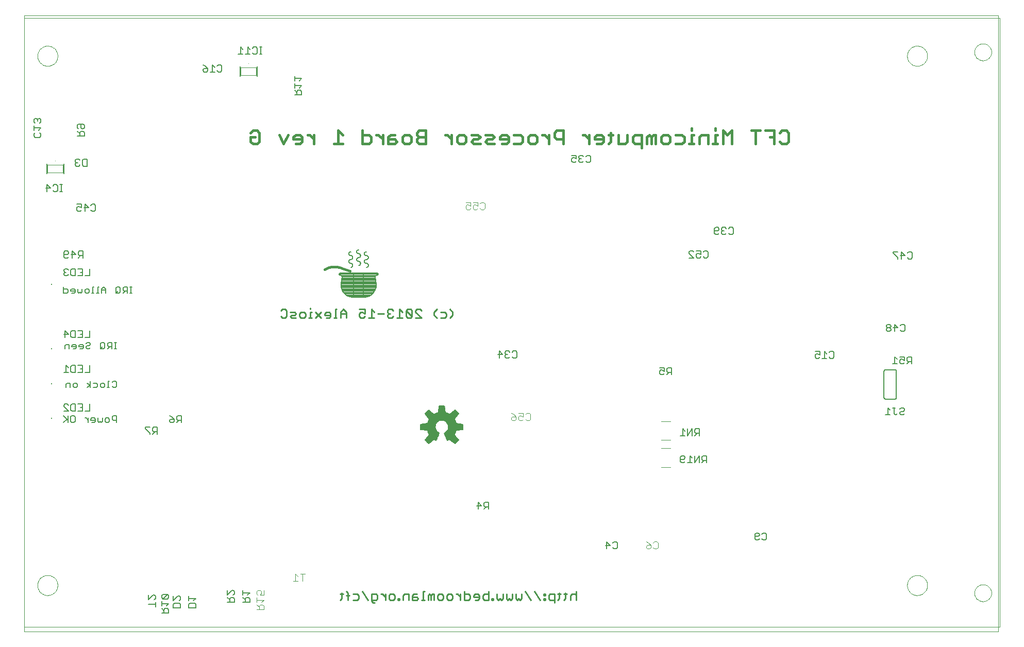
<source format=gbo>
G75*
G70*
%OFA0B0*%
%FSLAX24Y24*%
%IPPOS*%
%LPD*%
%AMOC8*
5,1,8,0,0,1.08239X$1,22.5*
%
%ADD10C,0.0000*%
%ADD11C,0.0080*%
%ADD12C,0.0150*%
%ADD13C,0.0100*%
%ADD14R,0.0079X0.0079*%
%ADD15C,0.0050*%
%ADD16C,0.0059*%
%ADD17C,0.0040*%
%ADD18C,0.0160*%
%ADD19C,0.0004*%
%ADD20C,0.0030*%
%ADD21C,0.0060*%
D10*
X004848Y007120D02*
X004848Y046990D01*
X067840Y046990D01*
X067840Y007120D01*
X004848Y007120D01*
X004848Y007430D02*
X004848Y046810D01*
X067948Y046810D01*
X067948Y007430D01*
X004848Y007430D01*
X005698Y010120D02*
X005700Y010170D01*
X005706Y010220D01*
X005716Y010270D01*
X005729Y010318D01*
X005746Y010366D01*
X005767Y010412D01*
X005791Y010456D01*
X005819Y010498D01*
X005850Y010538D01*
X005884Y010575D01*
X005921Y010610D01*
X005960Y010641D01*
X006001Y010670D01*
X006045Y010695D01*
X006091Y010717D01*
X006138Y010735D01*
X006186Y010749D01*
X006235Y010760D01*
X006285Y010767D01*
X006335Y010770D01*
X006386Y010769D01*
X006436Y010764D01*
X006486Y010755D01*
X006534Y010743D01*
X006582Y010726D01*
X006628Y010706D01*
X006673Y010683D01*
X006716Y010656D01*
X006756Y010626D01*
X006794Y010593D01*
X006829Y010557D01*
X006862Y010518D01*
X006891Y010477D01*
X006917Y010434D01*
X006940Y010389D01*
X006959Y010342D01*
X006974Y010294D01*
X006986Y010245D01*
X006994Y010195D01*
X006998Y010145D01*
X006998Y010095D01*
X006994Y010045D01*
X006986Y009995D01*
X006974Y009946D01*
X006959Y009898D01*
X006940Y009851D01*
X006917Y009806D01*
X006891Y009763D01*
X006862Y009722D01*
X006829Y009683D01*
X006794Y009647D01*
X006756Y009614D01*
X006716Y009584D01*
X006673Y009557D01*
X006628Y009534D01*
X006582Y009514D01*
X006534Y009497D01*
X006486Y009485D01*
X006436Y009476D01*
X006386Y009471D01*
X006335Y009470D01*
X006285Y009473D01*
X006235Y009480D01*
X006186Y009491D01*
X006138Y009505D01*
X006091Y009523D01*
X006045Y009545D01*
X006001Y009570D01*
X005960Y009599D01*
X005921Y009630D01*
X005884Y009665D01*
X005850Y009702D01*
X005819Y009742D01*
X005791Y009784D01*
X005767Y009828D01*
X005746Y009874D01*
X005729Y009922D01*
X005716Y009970D01*
X005706Y010020D01*
X005700Y010070D01*
X005698Y010120D01*
X005698Y044370D02*
X005700Y044420D01*
X005706Y044470D01*
X005716Y044520D01*
X005729Y044568D01*
X005746Y044616D01*
X005767Y044662D01*
X005791Y044706D01*
X005819Y044748D01*
X005850Y044788D01*
X005884Y044825D01*
X005921Y044860D01*
X005960Y044891D01*
X006001Y044920D01*
X006045Y044945D01*
X006091Y044967D01*
X006138Y044985D01*
X006186Y044999D01*
X006235Y045010D01*
X006285Y045017D01*
X006335Y045020D01*
X006386Y045019D01*
X006436Y045014D01*
X006486Y045005D01*
X006534Y044993D01*
X006582Y044976D01*
X006628Y044956D01*
X006673Y044933D01*
X006716Y044906D01*
X006756Y044876D01*
X006794Y044843D01*
X006829Y044807D01*
X006862Y044768D01*
X006891Y044727D01*
X006917Y044684D01*
X006940Y044639D01*
X006959Y044592D01*
X006974Y044544D01*
X006986Y044495D01*
X006994Y044445D01*
X006998Y044395D01*
X006998Y044345D01*
X006994Y044295D01*
X006986Y044245D01*
X006974Y044196D01*
X006959Y044148D01*
X006940Y044101D01*
X006917Y044056D01*
X006891Y044013D01*
X006862Y043972D01*
X006829Y043933D01*
X006794Y043897D01*
X006756Y043864D01*
X006716Y043834D01*
X006673Y043807D01*
X006628Y043784D01*
X006582Y043764D01*
X006534Y043747D01*
X006486Y043735D01*
X006436Y043726D01*
X006386Y043721D01*
X006335Y043720D01*
X006285Y043723D01*
X006235Y043730D01*
X006186Y043741D01*
X006138Y043755D01*
X006091Y043773D01*
X006045Y043795D01*
X006001Y043820D01*
X005960Y043849D01*
X005921Y043880D01*
X005884Y043915D01*
X005850Y043952D01*
X005819Y043992D01*
X005791Y044034D01*
X005767Y044078D01*
X005746Y044124D01*
X005729Y044172D01*
X005716Y044220D01*
X005706Y044270D01*
X005700Y044320D01*
X005698Y044370D01*
X061948Y044370D02*
X061950Y044420D01*
X061956Y044470D01*
X061966Y044520D01*
X061979Y044568D01*
X061996Y044616D01*
X062017Y044662D01*
X062041Y044706D01*
X062069Y044748D01*
X062100Y044788D01*
X062134Y044825D01*
X062171Y044860D01*
X062210Y044891D01*
X062251Y044920D01*
X062295Y044945D01*
X062341Y044967D01*
X062388Y044985D01*
X062436Y044999D01*
X062485Y045010D01*
X062535Y045017D01*
X062585Y045020D01*
X062636Y045019D01*
X062686Y045014D01*
X062736Y045005D01*
X062784Y044993D01*
X062832Y044976D01*
X062878Y044956D01*
X062923Y044933D01*
X062966Y044906D01*
X063006Y044876D01*
X063044Y044843D01*
X063079Y044807D01*
X063112Y044768D01*
X063141Y044727D01*
X063167Y044684D01*
X063190Y044639D01*
X063209Y044592D01*
X063224Y044544D01*
X063236Y044495D01*
X063244Y044445D01*
X063248Y044395D01*
X063248Y044345D01*
X063244Y044295D01*
X063236Y044245D01*
X063224Y044196D01*
X063209Y044148D01*
X063190Y044101D01*
X063167Y044056D01*
X063141Y044013D01*
X063112Y043972D01*
X063079Y043933D01*
X063044Y043897D01*
X063006Y043864D01*
X062966Y043834D01*
X062923Y043807D01*
X062878Y043784D01*
X062832Y043764D01*
X062784Y043747D01*
X062736Y043735D01*
X062686Y043726D01*
X062636Y043721D01*
X062585Y043720D01*
X062535Y043723D01*
X062485Y043730D01*
X062436Y043741D01*
X062388Y043755D01*
X062341Y043773D01*
X062295Y043795D01*
X062251Y043820D01*
X062210Y043849D01*
X062171Y043880D01*
X062134Y043915D01*
X062100Y043952D01*
X062069Y043992D01*
X062041Y044034D01*
X062017Y044078D01*
X061996Y044124D01*
X061979Y044172D01*
X061966Y044220D01*
X061956Y044270D01*
X061950Y044320D01*
X061948Y044370D01*
X066298Y044620D02*
X066300Y044667D01*
X066306Y044713D01*
X066316Y044759D01*
X066329Y044803D01*
X066347Y044847D01*
X066368Y044888D01*
X066392Y044928D01*
X066420Y044966D01*
X066451Y045001D01*
X066485Y045033D01*
X066521Y045062D01*
X066560Y045088D01*
X066600Y045111D01*
X066643Y045130D01*
X066687Y045146D01*
X066732Y045158D01*
X066778Y045166D01*
X066825Y045170D01*
X066871Y045170D01*
X066918Y045166D01*
X066964Y045158D01*
X067009Y045146D01*
X067053Y045130D01*
X067096Y045111D01*
X067136Y045088D01*
X067175Y045062D01*
X067211Y045033D01*
X067245Y045001D01*
X067276Y044966D01*
X067304Y044928D01*
X067328Y044888D01*
X067349Y044847D01*
X067367Y044803D01*
X067380Y044759D01*
X067390Y044713D01*
X067396Y044667D01*
X067398Y044620D01*
X067396Y044573D01*
X067390Y044527D01*
X067380Y044481D01*
X067367Y044437D01*
X067349Y044393D01*
X067328Y044352D01*
X067304Y044312D01*
X067276Y044274D01*
X067245Y044239D01*
X067211Y044207D01*
X067175Y044178D01*
X067136Y044152D01*
X067096Y044129D01*
X067053Y044110D01*
X067009Y044094D01*
X066964Y044082D01*
X066918Y044074D01*
X066871Y044070D01*
X066825Y044070D01*
X066778Y044074D01*
X066732Y044082D01*
X066687Y044094D01*
X066643Y044110D01*
X066600Y044129D01*
X066560Y044152D01*
X066521Y044178D01*
X066485Y044207D01*
X066451Y044239D01*
X066420Y044274D01*
X066392Y044312D01*
X066368Y044352D01*
X066347Y044393D01*
X066329Y044437D01*
X066316Y044481D01*
X066306Y044527D01*
X066300Y044573D01*
X066298Y044620D01*
X061948Y010120D02*
X061950Y010170D01*
X061956Y010220D01*
X061966Y010270D01*
X061979Y010318D01*
X061996Y010366D01*
X062017Y010412D01*
X062041Y010456D01*
X062069Y010498D01*
X062100Y010538D01*
X062134Y010575D01*
X062171Y010610D01*
X062210Y010641D01*
X062251Y010670D01*
X062295Y010695D01*
X062341Y010717D01*
X062388Y010735D01*
X062436Y010749D01*
X062485Y010760D01*
X062535Y010767D01*
X062585Y010770D01*
X062636Y010769D01*
X062686Y010764D01*
X062736Y010755D01*
X062784Y010743D01*
X062832Y010726D01*
X062878Y010706D01*
X062923Y010683D01*
X062966Y010656D01*
X063006Y010626D01*
X063044Y010593D01*
X063079Y010557D01*
X063112Y010518D01*
X063141Y010477D01*
X063167Y010434D01*
X063190Y010389D01*
X063209Y010342D01*
X063224Y010294D01*
X063236Y010245D01*
X063244Y010195D01*
X063248Y010145D01*
X063248Y010095D01*
X063244Y010045D01*
X063236Y009995D01*
X063224Y009946D01*
X063209Y009898D01*
X063190Y009851D01*
X063167Y009806D01*
X063141Y009763D01*
X063112Y009722D01*
X063079Y009683D01*
X063044Y009647D01*
X063006Y009614D01*
X062966Y009584D01*
X062923Y009557D01*
X062878Y009534D01*
X062832Y009514D01*
X062784Y009497D01*
X062736Y009485D01*
X062686Y009476D01*
X062636Y009471D01*
X062585Y009470D01*
X062535Y009473D01*
X062485Y009480D01*
X062436Y009491D01*
X062388Y009505D01*
X062341Y009523D01*
X062295Y009545D01*
X062251Y009570D01*
X062210Y009599D01*
X062171Y009630D01*
X062134Y009665D01*
X062100Y009702D01*
X062069Y009742D01*
X062041Y009784D01*
X062017Y009828D01*
X061996Y009874D01*
X061979Y009922D01*
X061966Y009970D01*
X061956Y010020D01*
X061950Y010070D01*
X061948Y010120D01*
X066298Y009620D02*
X066300Y009667D01*
X066306Y009713D01*
X066316Y009759D01*
X066329Y009803D01*
X066347Y009847D01*
X066368Y009888D01*
X066392Y009928D01*
X066420Y009966D01*
X066451Y010001D01*
X066485Y010033D01*
X066521Y010062D01*
X066560Y010088D01*
X066600Y010111D01*
X066643Y010130D01*
X066687Y010146D01*
X066732Y010158D01*
X066778Y010166D01*
X066825Y010170D01*
X066871Y010170D01*
X066918Y010166D01*
X066964Y010158D01*
X067009Y010146D01*
X067053Y010130D01*
X067096Y010111D01*
X067136Y010088D01*
X067175Y010062D01*
X067211Y010033D01*
X067245Y010001D01*
X067276Y009966D01*
X067304Y009928D01*
X067328Y009888D01*
X067349Y009847D01*
X067367Y009803D01*
X067380Y009759D01*
X067390Y009713D01*
X067396Y009667D01*
X067398Y009620D01*
X067396Y009573D01*
X067390Y009527D01*
X067380Y009481D01*
X067367Y009437D01*
X067349Y009393D01*
X067328Y009352D01*
X067304Y009312D01*
X067276Y009274D01*
X067245Y009239D01*
X067211Y009207D01*
X067175Y009178D01*
X067136Y009152D01*
X067096Y009129D01*
X067053Y009110D01*
X067009Y009094D01*
X066964Y009082D01*
X066918Y009074D01*
X066871Y009070D01*
X066825Y009070D01*
X066778Y009074D01*
X066732Y009082D01*
X066687Y009094D01*
X066643Y009110D01*
X066600Y009129D01*
X066560Y009152D01*
X066521Y009178D01*
X066485Y009207D01*
X066451Y009239D01*
X066420Y009274D01*
X066392Y009312D01*
X066368Y009352D01*
X066347Y009393D01*
X066329Y009437D01*
X066316Y009481D01*
X066306Y009527D01*
X066300Y009573D01*
X066298Y009620D01*
D11*
X027715Y030226D02*
X027705Y030213D01*
X027692Y030203D01*
X027677Y030197D01*
X027661Y030195D01*
X027633Y030191D01*
X027606Y030182D01*
X027582Y030167D01*
X027562Y030147D01*
X027547Y030123D01*
X027538Y030097D01*
X027535Y030069D01*
X027598Y029628D01*
X027598Y029565D01*
X027588Y029436D01*
X027558Y029311D01*
X027509Y029193D01*
X027441Y029083D01*
X027358Y028985D01*
X027260Y028902D01*
X027151Y028835D01*
X027032Y028786D01*
X026907Y028756D01*
X026779Y028746D01*
X026779Y030321D01*
X026149Y030321D01*
X026149Y028746D01*
X026779Y028746D01*
X026779Y030321D01*
X027661Y030321D01*
X027677Y030318D01*
X027692Y030312D01*
X027705Y030302D01*
X027715Y030289D01*
X027722Y030274D01*
X027724Y030258D01*
X027722Y030241D01*
X027715Y030226D01*
X027721Y030240D02*
X026779Y030240D01*
X026149Y030240D01*
X025207Y030240D01*
X025206Y030241D02*
X025212Y030226D01*
X025222Y030213D01*
X025235Y030203D01*
X025251Y030197D01*
X025267Y030195D01*
X025295Y030191D01*
X025322Y030182D01*
X025345Y030167D01*
X025365Y030147D01*
X025380Y030123D01*
X025390Y030097D01*
X025393Y030069D01*
X025330Y029628D01*
X025330Y029565D01*
X025340Y029436D01*
X025370Y029311D01*
X025419Y029193D01*
X025486Y029083D01*
X025570Y028985D01*
X025667Y028902D01*
X025777Y028835D01*
X025896Y028786D01*
X026021Y028756D01*
X026149Y028746D01*
X026149Y030321D01*
X025267Y030321D01*
X025251Y030318D01*
X025235Y030312D01*
X025222Y030302D01*
X025212Y030289D01*
X025206Y030274D01*
X025204Y030258D01*
X025206Y030241D01*
X025252Y030319D02*
X026149Y030319D01*
X026779Y030319D01*
X027676Y030319D01*
X027577Y030161D02*
X026779Y030161D01*
X026149Y030161D01*
X025351Y030161D01*
X025391Y030083D02*
X026149Y030083D01*
X026779Y030083D01*
X027536Y030083D01*
X027544Y030004D02*
X026779Y030004D01*
X026149Y030004D01*
X025384Y030004D01*
X025373Y029926D02*
X026149Y029926D01*
X026779Y029926D01*
X027555Y029926D01*
X027566Y029847D02*
X026779Y029847D01*
X026149Y029847D01*
X025361Y029847D01*
X025350Y029769D02*
X026149Y029769D01*
X026779Y029769D01*
X027578Y029769D01*
X027589Y029690D02*
X026779Y029690D01*
X026149Y029690D01*
X025339Y029690D01*
X025330Y029612D02*
X026149Y029612D01*
X026779Y029612D01*
X027598Y029612D01*
X027595Y029533D02*
X026779Y029533D01*
X026149Y029533D01*
X025332Y029533D01*
X025339Y029455D02*
X026149Y029455D01*
X026779Y029455D01*
X027589Y029455D01*
X027573Y029376D02*
X026779Y029376D01*
X026149Y029376D01*
X025354Y029376D01*
X025376Y029297D02*
X026149Y029297D01*
X026779Y029297D01*
X027552Y029297D01*
X027519Y029219D02*
X026779Y029219D01*
X026149Y029219D01*
X025408Y029219D01*
X025451Y029140D02*
X026149Y029140D01*
X026779Y029140D01*
X027477Y029140D01*
X027423Y029062D02*
X026779Y029062D01*
X026149Y029062D01*
X025504Y029062D01*
X025572Y028983D02*
X026149Y028983D01*
X026779Y028983D01*
X027356Y028983D01*
X027264Y028905D02*
X026779Y028905D01*
X026149Y028905D01*
X025664Y028905D01*
X025798Y028826D02*
X026149Y028826D01*
X026779Y028826D01*
X027130Y028826D01*
X026806Y028748D02*
X026779Y028748D01*
X026149Y028748D01*
X026121Y028748D01*
X011808Y029010D02*
X011668Y029010D01*
X011738Y029010D02*
X011738Y029430D01*
X011808Y029430D02*
X011668Y029430D01*
X011501Y029430D02*
X011291Y029430D01*
X011221Y029360D01*
X011221Y029220D01*
X011291Y029150D01*
X011501Y029150D01*
X011361Y029150D02*
X011221Y029010D01*
X011041Y029080D02*
X010971Y029010D01*
X010830Y029010D01*
X010760Y029080D01*
X010760Y029360D01*
X010830Y029430D01*
X010971Y029430D01*
X011041Y029360D01*
X011041Y029080D01*
X010901Y029150D02*
X010760Y029010D01*
X010120Y029010D02*
X010120Y029290D01*
X009980Y029430D01*
X009840Y029290D01*
X009840Y029010D01*
X009660Y029010D02*
X009519Y029010D01*
X009590Y029010D02*
X009590Y029430D01*
X009660Y029430D01*
X009840Y029220D02*
X010120Y029220D01*
X009353Y029430D02*
X009283Y029430D01*
X009283Y029010D01*
X009353Y029010D02*
X009213Y029010D01*
X009046Y029080D02*
X008976Y029010D01*
X008836Y029010D01*
X008766Y029080D01*
X008766Y029220D01*
X008836Y029290D01*
X008976Y029290D01*
X009046Y029220D01*
X009046Y029080D01*
X008585Y029080D02*
X008515Y029010D01*
X008445Y029080D01*
X008375Y029010D01*
X008305Y029080D01*
X008305Y029290D01*
X008125Y029220D02*
X008055Y029290D01*
X007915Y029290D01*
X007845Y029220D01*
X007845Y029150D01*
X008125Y029150D01*
X008125Y029080D02*
X008125Y029220D01*
X008125Y029080D02*
X008055Y029010D01*
X007915Y029010D01*
X007665Y029080D02*
X007665Y029220D01*
X007595Y029290D01*
X007384Y029290D01*
X007384Y029430D02*
X007384Y029010D01*
X007595Y029010D01*
X007665Y029080D01*
X008585Y029080D02*
X008585Y029290D01*
X011501Y029430D02*
X011501Y029010D01*
X010808Y025830D02*
X010668Y025830D01*
X010738Y025830D02*
X010738Y025410D01*
X010808Y025410D02*
X010668Y025410D01*
X010501Y025410D02*
X010501Y025830D01*
X010291Y025830D01*
X010221Y025760D01*
X010221Y025620D01*
X010291Y025550D01*
X010501Y025550D01*
X010361Y025550D02*
X010221Y025410D01*
X010041Y025480D02*
X009971Y025410D01*
X009830Y025410D01*
X009760Y025480D01*
X009760Y025760D01*
X009830Y025830D01*
X009971Y025830D01*
X010041Y025760D01*
X010041Y025480D01*
X009901Y025550D02*
X009760Y025410D01*
X009120Y025480D02*
X009050Y025410D01*
X008910Y025410D01*
X008840Y025480D01*
X008840Y025550D01*
X008910Y025620D01*
X009050Y025620D01*
X009120Y025690D01*
X009120Y025760D01*
X009050Y025830D01*
X008910Y025830D01*
X008840Y025760D01*
X008660Y025620D02*
X008590Y025690D01*
X008449Y025690D01*
X008379Y025620D01*
X008379Y025550D01*
X008660Y025550D01*
X008660Y025480D02*
X008660Y025620D01*
X008660Y025480D02*
X008590Y025410D01*
X008449Y025410D01*
X008199Y025480D02*
X008199Y025620D01*
X008129Y025690D01*
X007989Y025690D01*
X007919Y025620D01*
X007919Y025550D01*
X008199Y025550D01*
X008199Y025480D02*
X008129Y025410D01*
X007989Y025410D01*
X007739Y025410D02*
X007739Y025690D01*
X007529Y025690D01*
X007459Y025620D01*
X007459Y025410D01*
X009120Y023330D02*
X009120Y022910D01*
X009120Y023050D02*
X008910Y023190D01*
X009120Y023050D02*
X008910Y022910D01*
X009300Y022910D02*
X009510Y022910D01*
X009580Y022980D01*
X009580Y023120D01*
X009510Y023190D01*
X009300Y023190D01*
X009760Y023120D02*
X009830Y023190D01*
X009971Y023190D01*
X010041Y023120D01*
X010041Y022980D01*
X009971Y022910D01*
X009830Y022910D01*
X009760Y022980D01*
X009760Y023120D01*
X010207Y022910D02*
X010348Y022910D01*
X010277Y022910D02*
X010277Y023330D01*
X010348Y023330D01*
X010528Y023260D02*
X010598Y023330D01*
X010738Y023330D01*
X010808Y023260D01*
X010808Y022980D01*
X010738Y022910D01*
X010598Y022910D01*
X010528Y022980D01*
X008276Y022980D02*
X008206Y022910D01*
X008066Y022910D01*
X007996Y022980D01*
X007996Y023120D01*
X008066Y023190D01*
X008206Y023190D01*
X008276Y023120D01*
X008276Y022980D01*
X007816Y022910D02*
X007816Y023190D01*
X007605Y023190D01*
X007535Y023120D01*
X007535Y022910D01*
X007662Y021080D02*
X007662Y020660D01*
X007662Y020800D02*
X007382Y021080D01*
X007592Y020870D02*
X007382Y020660D01*
X007842Y020730D02*
X007842Y021010D01*
X007912Y021080D01*
X008052Y021080D01*
X008122Y021010D01*
X008122Y020730D01*
X008052Y020660D01*
X007912Y020660D01*
X007842Y020730D01*
X008756Y020940D02*
X008826Y020940D01*
X008966Y020800D01*
X008966Y020660D02*
X008966Y020940D01*
X009147Y020870D02*
X009147Y020800D01*
X009427Y020800D01*
X009427Y020870D02*
X009357Y020940D01*
X009217Y020940D01*
X009147Y020870D01*
X009217Y020660D02*
X009357Y020660D01*
X009427Y020730D01*
X009427Y020870D01*
X009607Y020940D02*
X009607Y020730D01*
X009677Y020660D01*
X009747Y020730D01*
X009817Y020660D01*
X009887Y020730D01*
X009887Y020940D01*
X010067Y020870D02*
X010137Y020940D01*
X010277Y020940D01*
X010348Y020870D01*
X010348Y020730D01*
X010277Y020660D01*
X010137Y020660D01*
X010067Y020730D01*
X010067Y020870D01*
X010528Y020870D02*
X010598Y020800D01*
X010808Y020800D01*
X010808Y020660D02*
X010808Y021080D01*
X010598Y021080D01*
X010528Y021010D01*
X010528Y020870D01*
D12*
X019626Y038695D02*
X019485Y038836D01*
X019485Y039120D01*
X019768Y039120D01*
X019485Y039403D02*
X019626Y039545D01*
X019910Y039545D01*
X020052Y039403D01*
X020052Y038836D01*
X019910Y038695D01*
X019626Y038695D01*
X021326Y039262D02*
X021610Y038695D01*
X021893Y039262D01*
X022247Y039120D02*
X022247Y038978D01*
X022814Y038978D01*
X022814Y038836D02*
X022814Y039120D01*
X022672Y039262D01*
X022389Y039262D01*
X022247Y039120D01*
X022389Y038695D02*
X022672Y038695D01*
X022814Y038836D01*
X023156Y039262D02*
X023298Y039262D01*
X023581Y038978D01*
X023581Y038695D02*
X023581Y039262D01*
X024856Y038695D02*
X025423Y038695D01*
X025139Y038695D02*
X025139Y039545D01*
X025423Y039262D01*
X026697Y039262D02*
X027123Y039262D01*
X027264Y039120D01*
X027264Y038836D01*
X027123Y038695D01*
X026697Y038695D01*
X026697Y039545D01*
X027606Y039262D02*
X027748Y039262D01*
X028032Y038978D01*
X028032Y038695D02*
X028032Y039262D01*
X028385Y039120D02*
X028385Y038695D01*
X028811Y038695D01*
X028952Y038836D01*
X028811Y038978D01*
X028385Y038978D01*
X028385Y039120D02*
X028527Y039262D01*
X028811Y039262D01*
X029306Y039120D02*
X029306Y038836D01*
X029448Y038695D01*
X029731Y038695D01*
X029873Y038836D01*
X029873Y039120D01*
X029731Y039262D01*
X029448Y039262D01*
X029306Y039120D01*
X030227Y039262D02*
X030369Y039120D01*
X030794Y039120D01*
X030794Y039545D02*
X030369Y039545D01*
X030227Y039403D01*
X030227Y039262D01*
X030369Y039120D02*
X030227Y038978D01*
X030227Y038836D01*
X030369Y038695D01*
X030794Y038695D01*
X030794Y039545D01*
X032057Y039262D02*
X032198Y039262D01*
X032482Y038978D01*
X032482Y038695D02*
X032482Y039262D01*
X032836Y039120D02*
X032836Y038836D01*
X032977Y038695D01*
X033261Y038695D01*
X033403Y038836D01*
X033403Y039120D01*
X033261Y039262D01*
X032977Y039262D01*
X032836Y039120D01*
X033756Y039262D02*
X034182Y039262D01*
X034323Y039120D01*
X034182Y038978D01*
X033898Y038978D01*
X033756Y038836D01*
X033898Y038695D01*
X034323Y038695D01*
X034677Y038836D02*
X034819Y038978D01*
X035102Y038978D01*
X035244Y039120D01*
X035102Y039262D01*
X034677Y039262D01*
X034677Y038836D02*
X034819Y038695D01*
X035244Y038695D01*
X035598Y038978D02*
X035598Y039120D01*
X035740Y039262D01*
X036023Y039262D01*
X036165Y039120D01*
X036165Y038836D01*
X036023Y038695D01*
X035740Y038695D01*
X035598Y038978D02*
X036165Y038978D01*
X036519Y038695D02*
X036944Y038695D01*
X037086Y038836D01*
X037086Y039120D01*
X036944Y039262D01*
X036519Y039262D01*
X037439Y039120D02*
X037439Y038836D01*
X037581Y038695D01*
X037865Y038695D01*
X038006Y038836D01*
X038006Y039120D01*
X037865Y039262D01*
X037581Y039262D01*
X037439Y039120D01*
X038348Y039262D02*
X038490Y039262D01*
X038774Y038978D01*
X038774Y038695D02*
X038774Y039262D01*
X039127Y039403D02*
X039127Y039120D01*
X039269Y038978D01*
X039694Y038978D01*
X039694Y038695D02*
X039694Y039545D01*
X039269Y039545D01*
X039127Y039403D01*
X040957Y039262D02*
X041099Y039262D01*
X041382Y038978D01*
X041382Y038695D02*
X041382Y039262D01*
X041736Y039120D02*
X041736Y038978D01*
X042303Y038978D01*
X042303Y038836D02*
X042303Y039120D01*
X042161Y039262D01*
X041878Y039262D01*
X041736Y039120D01*
X041878Y038695D02*
X042161Y038695D01*
X042303Y038836D01*
X042633Y038695D02*
X042775Y038836D01*
X042775Y039403D01*
X042917Y039262D02*
X042633Y039262D01*
X043271Y039262D02*
X043271Y038695D01*
X043696Y038695D01*
X043838Y038836D01*
X043838Y039262D01*
X044191Y039120D02*
X044191Y038836D01*
X044333Y038695D01*
X044759Y038695D01*
X044759Y038411D02*
X044759Y039262D01*
X044333Y039262D01*
X044191Y039120D01*
X045112Y039120D02*
X045112Y038695D01*
X045396Y038695D02*
X045396Y039120D01*
X045254Y039262D01*
X045112Y039120D01*
X045396Y039120D02*
X045537Y039262D01*
X045679Y039262D01*
X045679Y038695D01*
X046033Y038836D02*
X046033Y039120D01*
X046175Y039262D01*
X046458Y039262D01*
X046600Y039120D01*
X046600Y038836D01*
X046458Y038695D01*
X046175Y038695D01*
X046033Y038836D01*
X046954Y038695D02*
X047379Y038695D01*
X047521Y038836D01*
X047521Y039120D01*
X047379Y039262D01*
X046954Y039262D01*
X047993Y039262D02*
X047993Y038695D01*
X048135Y038695D02*
X047851Y038695D01*
X047993Y039262D02*
X048135Y039262D01*
X047993Y039545D02*
X047993Y039687D01*
X048488Y039120D02*
X048488Y038695D01*
X048488Y039120D02*
X048630Y039262D01*
X049055Y039262D01*
X049055Y038695D01*
X049386Y038695D02*
X049669Y038695D01*
X049527Y038695D02*
X049527Y039262D01*
X049669Y039262D01*
X049527Y039545D02*
X049527Y039687D01*
X050023Y039545D02*
X050023Y038695D01*
X050590Y038695D02*
X050590Y039545D01*
X050306Y039262D01*
X050023Y039545D01*
X051864Y039545D02*
X052431Y039545D01*
X052148Y039545D02*
X052148Y038695D01*
X053069Y039120D02*
X053352Y039120D01*
X053352Y039545D02*
X052785Y039545D01*
X053352Y039545D02*
X053352Y038695D01*
X053706Y038836D02*
X053848Y038695D01*
X054131Y038695D01*
X054273Y038836D01*
X054273Y039403D01*
X054131Y039545D01*
X053848Y039545D01*
X053706Y039403D01*
D13*
X032548Y027793D02*
X032548Y027606D01*
X032361Y027420D01*
X032143Y027513D02*
X032049Y027420D01*
X031769Y027420D01*
X031535Y027420D02*
X031348Y027606D01*
X031348Y027793D01*
X031535Y027980D01*
X031769Y027793D02*
X032049Y027793D01*
X032143Y027700D01*
X032143Y027513D01*
X032548Y027793D02*
X032361Y027980D01*
X030522Y027887D02*
X030429Y027980D01*
X030242Y027980D01*
X030149Y027887D01*
X030149Y027793D01*
X030522Y027420D01*
X030149Y027420D01*
X029914Y027513D02*
X029541Y027887D01*
X029541Y027513D01*
X029634Y027420D01*
X029821Y027420D01*
X029914Y027513D01*
X029914Y027887D01*
X029821Y027980D01*
X029634Y027980D01*
X029541Y027887D01*
X029307Y027793D02*
X029120Y027980D01*
X029120Y027420D01*
X029307Y027420D02*
X028933Y027420D01*
X028699Y027513D02*
X028606Y027420D01*
X028419Y027420D01*
X028325Y027513D01*
X028325Y027606D01*
X028419Y027700D01*
X028512Y027700D01*
X028419Y027700D02*
X028325Y027793D01*
X028325Y027887D01*
X028419Y027980D01*
X028606Y027980D01*
X028699Y027887D01*
X028091Y027700D02*
X027718Y027700D01*
X027484Y027793D02*
X027297Y027980D01*
X027297Y027420D01*
X027484Y027420D02*
X027110Y027420D01*
X026876Y027513D02*
X026783Y027420D01*
X026596Y027420D01*
X026502Y027513D01*
X026502Y027700D01*
X026596Y027793D01*
X026689Y027793D01*
X026876Y027700D01*
X026876Y027980D01*
X026502Y027980D01*
X025660Y027793D02*
X025660Y027420D01*
X025660Y027700D02*
X025287Y027700D01*
X025287Y027793D02*
X025287Y027420D01*
X025053Y027420D02*
X024866Y027420D01*
X024959Y027420D02*
X024959Y027980D01*
X025053Y027980D01*
X025287Y027793D02*
X025474Y027980D01*
X025660Y027793D01*
X024648Y027700D02*
X024648Y027513D01*
X024554Y027420D01*
X024367Y027420D01*
X024274Y027606D02*
X024648Y027606D01*
X024648Y027700D02*
X024554Y027793D01*
X024367Y027793D01*
X024274Y027700D01*
X024274Y027606D01*
X024040Y027420D02*
X023666Y027793D01*
X023432Y027793D02*
X023339Y027793D01*
X023339Y027420D01*
X023432Y027420D02*
X023245Y027420D01*
X023027Y027513D02*
X022934Y027420D01*
X022747Y027420D01*
X022653Y027513D01*
X022653Y027700D01*
X022747Y027793D01*
X022934Y027793D01*
X023027Y027700D01*
X023027Y027513D01*
X023339Y027980D02*
X023339Y028073D01*
X023666Y027420D02*
X024040Y027793D01*
X022419Y027700D02*
X022326Y027606D01*
X022139Y027606D01*
X022046Y027513D01*
X022139Y027420D01*
X022419Y027420D01*
X022419Y027700D02*
X022326Y027793D01*
X022046Y027793D01*
X021812Y027887D02*
X021812Y027513D01*
X021718Y027420D01*
X021531Y027420D01*
X021438Y027513D01*
X021438Y027887D02*
X021531Y027980D01*
X021718Y027980D01*
X021812Y027887D01*
X025675Y009730D02*
X025768Y009637D01*
X025768Y009170D01*
X025861Y009450D02*
X025675Y009450D01*
X025456Y009543D02*
X025270Y009543D01*
X025363Y009637D02*
X025363Y009263D01*
X025270Y009170D01*
X026096Y009170D02*
X026376Y009170D01*
X026469Y009263D01*
X026469Y009450D01*
X026376Y009543D01*
X026096Y009543D01*
X026703Y009730D02*
X027077Y009170D01*
X027311Y009170D02*
X027591Y009170D01*
X027685Y009263D01*
X027685Y009450D01*
X027591Y009543D01*
X027311Y009543D01*
X027311Y009076D01*
X027404Y008983D01*
X027498Y008983D01*
X027911Y009543D02*
X028004Y009543D01*
X028191Y009356D01*
X028191Y009170D02*
X028191Y009543D01*
X028425Y009450D02*
X028519Y009543D01*
X028705Y009543D01*
X028799Y009450D01*
X028799Y009263D01*
X028705Y009170D01*
X028519Y009170D01*
X028425Y009263D01*
X028425Y009450D01*
X029009Y009263D02*
X029009Y009170D01*
X029103Y009170D01*
X029103Y009263D01*
X029009Y009263D01*
X029337Y009170D02*
X029337Y009450D01*
X029430Y009543D01*
X029710Y009543D01*
X029710Y009170D01*
X029944Y009170D02*
X029944Y009450D01*
X030038Y009543D01*
X030225Y009543D01*
X030225Y009356D02*
X029944Y009356D01*
X029944Y009170D02*
X030225Y009170D01*
X030318Y009263D01*
X030225Y009356D01*
X030536Y009170D02*
X030723Y009170D01*
X030630Y009170D02*
X030630Y009730D01*
X030723Y009730D01*
X030957Y009450D02*
X030957Y009170D01*
X031144Y009170D02*
X031144Y009450D01*
X031051Y009543D01*
X030957Y009450D01*
X031144Y009450D02*
X031238Y009543D01*
X031331Y009543D01*
X031331Y009170D01*
X031565Y009263D02*
X031658Y009170D01*
X031845Y009170D01*
X031939Y009263D01*
X031939Y009450D01*
X031845Y009543D01*
X031658Y009543D01*
X031565Y009450D01*
X031565Y009263D01*
X032173Y009263D02*
X032266Y009170D01*
X032453Y009170D01*
X032546Y009263D01*
X032546Y009450D01*
X032453Y009543D01*
X032266Y009543D01*
X032173Y009450D01*
X032173Y009263D01*
X032773Y009543D02*
X032866Y009543D01*
X033053Y009356D01*
X033053Y009170D02*
X033053Y009543D01*
X033287Y009543D02*
X033567Y009543D01*
X033660Y009450D01*
X033660Y009263D01*
X033567Y009170D01*
X033287Y009170D01*
X033287Y009730D01*
X033895Y009450D02*
X033895Y009356D01*
X034268Y009356D01*
X034268Y009263D02*
X034268Y009450D01*
X034175Y009543D01*
X033988Y009543D01*
X033895Y009450D01*
X033988Y009170D02*
X034175Y009170D01*
X034268Y009263D01*
X034502Y009263D02*
X034502Y009450D01*
X034596Y009543D01*
X034876Y009543D01*
X034876Y009730D02*
X034876Y009170D01*
X034596Y009170D01*
X034502Y009263D01*
X035086Y009263D02*
X035086Y009170D01*
X035180Y009170D01*
X035180Y009263D01*
X035086Y009263D01*
X035414Y009263D02*
X035414Y009543D01*
X035414Y009263D02*
X035507Y009170D01*
X035601Y009263D01*
X035694Y009170D01*
X035787Y009263D01*
X035787Y009543D01*
X036022Y009543D02*
X036022Y009263D01*
X036115Y009170D01*
X036208Y009263D01*
X036302Y009170D01*
X036395Y009263D01*
X036395Y009543D01*
X036629Y009543D02*
X036629Y009263D01*
X036723Y009170D01*
X036816Y009263D01*
X036910Y009170D01*
X037003Y009263D01*
X037003Y009543D01*
X037237Y009730D02*
X037611Y009170D01*
X037845Y009730D02*
X038218Y009170D01*
X038429Y009170D02*
X038429Y009263D01*
X038522Y009263D01*
X038522Y009170D01*
X038429Y009170D01*
X038429Y009450D02*
X038522Y009450D01*
X038522Y009543D01*
X038429Y009543D01*
X038429Y009450D01*
X038756Y009450D02*
X038756Y009263D01*
X038850Y009170D01*
X039130Y009170D01*
X039130Y008983D02*
X039130Y009543D01*
X038850Y009543D01*
X038756Y009450D01*
X039348Y009543D02*
X039535Y009543D01*
X039442Y009637D02*
X039442Y009263D01*
X039348Y009170D01*
X039753Y009170D02*
X039847Y009263D01*
X039847Y009637D01*
X039940Y009543D02*
X039753Y009543D01*
X040174Y009450D02*
X040174Y009170D01*
X040174Y009450D02*
X040268Y009543D01*
X040454Y009543D01*
X040548Y009450D01*
X040548Y009730D02*
X040548Y009170D01*
D14*
X006598Y020909D03*
X006598Y023159D03*
X006598Y025409D03*
X006598Y029580D03*
D15*
X007392Y030220D02*
X007467Y030145D01*
X007617Y030145D01*
X007692Y030220D01*
X007852Y030220D02*
X007852Y030520D01*
X007927Y030595D01*
X008152Y030595D01*
X008152Y030145D01*
X007927Y030145D01*
X007852Y030220D01*
X007692Y030520D02*
X007617Y030595D01*
X007467Y030595D01*
X007392Y030520D01*
X007392Y030445D01*
X007467Y030370D01*
X007392Y030295D01*
X007392Y030220D01*
X007467Y030370D02*
X007542Y030370D01*
X008312Y030595D02*
X008613Y030595D01*
X008613Y030145D01*
X008312Y030145D01*
X008462Y030370D02*
X008613Y030370D01*
X008773Y030145D02*
X009073Y030145D01*
X009073Y030595D01*
X008623Y031295D02*
X008623Y031745D01*
X008398Y031745D01*
X008323Y031670D01*
X008323Y031520D01*
X008398Y031445D01*
X008623Y031445D01*
X008473Y031445D02*
X008323Y031295D01*
X008163Y031520D02*
X007862Y031520D01*
X007702Y031595D02*
X007627Y031520D01*
X007402Y031520D01*
X007402Y031670D02*
X007477Y031745D01*
X007627Y031745D01*
X007702Y031670D01*
X007702Y031595D01*
X007702Y031370D02*
X007627Y031295D01*
X007477Y031295D01*
X007402Y031370D01*
X007402Y031670D01*
X007937Y031745D02*
X007937Y031295D01*
X008163Y031520D02*
X007937Y031745D01*
X008307Y034328D02*
X008457Y034328D01*
X008532Y034403D01*
X008532Y034553D02*
X008382Y034628D01*
X008307Y034628D01*
X008232Y034553D01*
X008232Y034403D01*
X008307Y034328D01*
X008532Y034553D02*
X008532Y034778D01*
X008232Y034778D01*
X008692Y034553D02*
X008992Y034553D01*
X008767Y034778D01*
X008767Y034328D01*
X009153Y034403D02*
X009228Y034328D01*
X009378Y034328D01*
X009453Y034403D01*
X009453Y034703D01*
X009378Y034778D01*
X009228Y034778D01*
X009153Y034703D01*
X007301Y035595D02*
X007150Y035595D01*
X007226Y035595D02*
X007226Y036045D01*
X007301Y036045D02*
X007150Y036045D01*
X006994Y035970D02*
X006994Y035670D01*
X006919Y035595D01*
X006769Y035595D01*
X006693Y035670D01*
X006533Y035820D02*
X006233Y035820D01*
X006308Y036045D02*
X006533Y035820D01*
X006693Y035970D02*
X006769Y036045D01*
X006919Y036045D01*
X006994Y035970D01*
X006308Y036045D02*
X006308Y035595D01*
X006289Y036755D02*
X006289Y037384D01*
X007407Y037384D02*
X007407Y036755D01*
X008145Y037313D02*
X008220Y037238D01*
X008371Y037238D01*
X008446Y037313D01*
X008606Y037313D02*
X008606Y037614D01*
X008681Y037689D01*
X008906Y037689D01*
X008906Y037238D01*
X008681Y037238D01*
X008606Y037313D01*
X008446Y037614D02*
X008371Y037689D01*
X008220Y037689D01*
X008145Y037614D01*
X008145Y037538D01*
X008220Y037463D01*
X008145Y037388D01*
X008145Y037313D01*
X008220Y037463D02*
X008295Y037463D01*
X008273Y039195D02*
X008723Y039195D01*
X008723Y039420D01*
X008648Y039495D01*
X008498Y039495D01*
X008423Y039420D01*
X008423Y039195D01*
X008423Y039345D02*
X008273Y039495D01*
X008348Y039655D02*
X008273Y039730D01*
X008273Y039880D01*
X008348Y039955D01*
X008648Y039955D01*
X008723Y039880D01*
X008723Y039730D01*
X008648Y039655D01*
X008573Y039655D01*
X008498Y039730D01*
X008498Y039955D01*
X005918Y040097D02*
X005918Y040247D01*
X005843Y040322D01*
X005768Y040322D01*
X005693Y040247D01*
X005617Y040322D01*
X005542Y040322D01*
X005467Y040247D01*
X005467Y040097D01*
X005542Y040022D01*
X005467Y039861D02*
X005467Y039561D01*
X005467Y039711D02*
X005918Y039711D01*
X005768Y039561D01*
X005843Y039401D02*
X005918Y039326D01*
X005918Y039176D01*
X005843Y039101D01*
X005542Y039101D01*
X005467Y039176D01*
X005467Y039326D01*
X005542Y039401D01*
X005843Y040022D02*
X005918Y040097D01*
X005693Y040172D02*
X005693Y040247D01*
X016396Y043414D02*
X016471Y043339D01*
X016621Y043339D01*
X016696Y043414D01*
X016696Y043564D01*
X016471Y043564D01*
X016396Y043489D01*
X016396Y043414D01*
X016546Y043714D02*
X016696Y043564D01*
X016546Y043714D02*
X016396Y043789D01*
X017006Y043789D02*
X017006Y043339D01*
X017156Y043339D02*
X016856Y043339D01*
X017156Y043639D02*
X017006Y043789D01*
X017316Y043714D02*
X017391Y043789D01*
X017542Y043789D01*
X017617Y043714D01*
X017617Y043414D01*
X017542Y043339D01*
X017391Y043339D01*
X017316Y043414D01*
X018789Y043684D02*
X018789Y043055D01*
X019907Y043055D02*
X019907Y043684D01*
X019829Y044495D02*
X019679Y044495D01*
X019604Y044570D01*
X019444Y044495D02*
X019143Y044495D01*
X019294Y044495D02*
X019294Y044945D01*
X019444Y044795D01*
X019604Y044870D02*
X019679Y044945D01*
X019829Y044945D01*
X019904Y044870D01*
X019904Y044570D01*
X019829Y044495D01*
X020061Y044495D02*
X020211Y044495D01*
X020136Y044495D02*
X020136Y044945D01*
X020211Y044945D02*
X020061Y044945D01*
X018983Y044795D02*
X018833Y044945D01*
X018833Y044495D01*
X018983Y044495D02*
X018683Y044495D01*
X022323Y043065D02*
X022323Y042765D01*
X022323Y042915D02*
X022773Y042915D01*
X022623Y042765D01*
X022323Y042605D02*
X022323Y042305D01*
X022323Y042455D02*
X022773Y042455D01*
X022623Y042305D01*
X022548Y042145D02*
X022473Y042070D01*
X022473Y041845D01*
X022473Y041995D02*
X022323Y042145D01*
X022548Y042145D02*
X022698Y042145D01*
X022773Y042070D01*
X022773Y041845D01*
X022323Y041845D01*
X025960Y031706D02*
X025939Y031704D01*
X025919Y031699D01*
X025900Y031691D01*
X025883Y031679D01*
X025867Y031665D01*
X025855Y031649D01*
X025845Y031631D01*
X025838Y031611D01*
X025834Y031590D01*
X025834Y031570D01*
X025838Y031549D01*
X025845Y031529D01*
X025855Y031511D01*
X025867Y031495D01*
X025883Y031481D01*
X025900Y031469D01*
X025919Y031461D01*
X025939Y031456D01*
X025960Y031454D01*
X025960Y031455D02*
X025981Y031453D01*
X026001Y031448D01*
X026020Y031440D01*
X026037Y031428D01*
X026053Y031414D01*
X026065Y031398D01*
X026075Y031380D01*
X026082Y031360D01*
X026086Y031339D01*
X026086Y031319D01*
X026082Y031298D01*
X026075Y031278D01*
X026065Y031260D01*
X026053Y031244D01*
X026037Y031230D01*
X026020Y031218D01*
X026001Y031210D01*
X025981Y031205D01*
X025960Y031203D01*
X025960Y031202D02*
X025939Y031200D01*
X025919Y031195D01*
X025900Y031187D01*
X025883Y031175D01*
X025867Y031161D01*
X025855Y031145D01*
X025845Y031127D01*
X025838Y031107D01*
X025834Y031086D01*
X025834Y031066D01*
X025838Y031045D01*
X025845Y031025D01*
X025855Y031007D01*
X025867Y030991D01*
X025883Y030977D01*
X025900Y030965D01*
X025919Y030957D01*
X025939Y030952D01*
X025960Y030950D01*
X025981Y030948D01*
X026001Y030943D01*
X026020Y030935D01*
X026037Y030923D01*
X026053Y030909D01*
X026065Y030893D01*
X026075Y030875D01*
X026082Y030855D01*
X026086Y030834D01*
X026086Y030814D01*
X026082Y030793D01*
X026075Y030773D01*
X026065Y030755D01*
X026053Y030739D01*
X026037Y030725D01*
X026020Y030713D01*
X026001Y030705D01*
X025981Y030700D01*
X025960Y030698D01*
X026464Y030824D02*
X026485Y030826D01*
X026505Y030831D01*
X026524Y030839D01*
X026541Y030851D01*
X026557Y030865D01*
X026569Y030881D01*
X026579Y030899D01*
X026586Y030919D01*
X026590Y030940D01*
X026590Y030960D01*
X026586Y030981D01*
X026579Y031001D01*
X026569Y031019D01*
X026557Y031035D01*
X026541Y031049D01*
X026524Y031061D01*
X026505Y031069D01*
X026485Y031074D01*
X026464Y031076D01*
X026443Y031078D01*
X026423Y031083D01*
X026404Y031091D01*
X026387Y031103D01*
X026371Y031117D01*
X026359Y031133D01*
X026349Y031151D01*
X026342Y031171D01*
X026338Y031192D01*
X026338Y031212D01*
X026342Y031233D01*
X026349Y031253D01*
X026359Y031271D01*
X026371Y031287D01*
X026387Y031301D01*
X026404Y031313D01*
X026423Y031321D01*
X026443Y031326D01*
X026464Y031328D01*
X026485Y031330D01*
X026505Y031335D01*
X026524Y031343D01*
X026541Y031355D01*
X026557Y031369D01*
X026569Y031385D01*
X026579Y031403D01*
X026586Y031423D01*
X026590Y031444D01*
X026590Y031464D01*
X026586Y031485D01*
X026579Y031505D01*
X026569Y031523D01*
X026557Y031539D01*
X026541Y031553D01*
X026524Y031565D01*
X026505Y031573D01*
X026485Y031578D01*
X026464Y031580D01*
X026443Y031582D01*
X026423Y031587D01*
X026404Y031595D01*
X026387Y031607D01*
X026371Y031621D01*
X026359Y031637D01*
X026349Y031655D01*
X026342Y031675D01*
X026338Y031696D01*
X026338Y031716D01*
X026342Y031737D01*
X026349Y031757D01*
X026359Y031775D01*
X026371Y031791D01*
X026387Y031805D01*
X026404Y031817D01*
X026423Y031825D01*
X026443Y031830D01*
X026464Y031832D01*
X026968Y031706D02*
X026947Y031704D01*
X026927Y031699D01*
X026908Y031691D01*
X026891Y031679D01*
X026875Y031665D01*
X026863Y031649D01*
X026853Y031631D01*
X026846Y031611D01*
X026842Y031590D01*
X026842Y031570D01*
X026846Y031549D01*
X026853Y031529D01*
X026863Y031511D01*
X026875Y031495D01*
X026891Y031481D01*
X026908Y031469D01*
X026927Y031461D01*
X026947Y031456D01*
X026968Y031454D01*
X026968Y031455D02*
X026989Y031453D01*
X027009Y031448D01*
X027028Y031440D01*
X027045Y031428D01*
X027061Y031414D01*
X027073Y031398D01*
X027083Y031380D01*
X027090Y031360D01*
X027094Y031339D01*
X027094Y031319D01*
X027090Y031298D01*
X027083Y031278D01*
X027073Y031260D01*
X027061Y031244D01*
X027045Y031230D01*
X027028Y031218D01*
X027009Y031210D01*
X026989Y031205D01*
X026968Y031203D01*
X026968Y031202D02*
X026947Y031200D01*
X026927Y031195D01*
X026908Y031187D01*
X026891Y031175D01*
X026875Y031161D01*
X026863Y031145D01*
X026853Y031127D01*
X026846Y031107D01*
X026842Y031086D01*
X026842Y031066D01*
X026846Y031045D01*
X026853Y031025D01*
X026863Y031007D01*
X026875Y030991D01*
X026891Y030977D01*
X026908Y030965D01*
X026927Y030957D01*
X026947Y030952D01*
X026968Y030950D01*
X026989Y030948D01*
X027009Y030943D01*
X027028Y030935D01*
X027045Y030923D01*
X027061Y030909D01*
X027073Y030893D01*
X027083Y030875D01*
X027090Y030855D01*
X027094Y030834D01*
X027094Y030814D01*
X027090Y030793D01*
X027083Y030773D01*
X027073Y030755D01*
X027061Y030739D01*
X027045Y030725D01*
X027028Y030713D01*
X027009Y030705D01*
X026989Y030700D01*
X026968Y030698D01*
X026779Y030321D02*
X027661Y030321D01*
X027724Y030258D02*
X027722Y030244D01*
X027718Y030231D01*
X027710Y030219D01*
X027700Y030209D01*
X027688Y030201D01*
X027675Y030197D01*
X027661Y030195D01*
X027724Y030258D02*
X027722Y030272D01*
X027718Y030285D01*
X027710Y030297D01*
X027700Y030307D01*
X027688Y030315D01*
X027675Y030319D01*
X027661Y030321D01*
X027661Y030195D02*
X027641Y030193D01*
X027622Y030189D01*
X027604Y030181D01*
X027587Y030171D01*
X027572Y030158D01*
X027559Y030143D01*
X027549Y030126D01*
X027541Y030108D01*
X027537Y030089D01*
X027535Y030069D01*
X027535Y030069D01*
X027598Y029627D01*
X027598Y029564D01*
X027596Y029508D01*
X027590Y029452D01*
X027581Y029397D01*
X027568Y029343D01*
X027551Y029290D01*
X027530Y029238D01*
X027506Y029187D01*
X027479Y029138D01*
X027448Y029092D01*
X027414Y029047D01*
X027378Y029005D01*
X027338Y028965D01*
X027296Y028929D01*
X027251Y028895D01*
X027205Y028864D01*
X027156Y028837D01*
X027105Y028813D01*
X027053Y028792D01*
X027000Y028775D01*
X026946Y028762D01*
X026891Y028753D01*
X026835Y028747D01*
X026779Y028745D01*
X026779Y028746D02*
X026779Y030321D01*
X035482Y025053D02*
X035782Y025053D01*
X035557Y025278D01*
X035557Y024828D01*
X035942Y024903D02*
X036017Y024828D01*
X036167Y024828D01*
X036242Y024903D01*
X036403Y024903D02*
X036478Y024828D01*
X036628Y024828D01*
X036703Y024903D01*
X036703Y025203D01*
X036628Y025278D01*
X036478Y025278D01*
X036403Y025203D01*
X036242Y025203D02*
X036167Y025278D01*
X036017Y025278D01*
X035942Y025203D01*
X035942Y025128D01*
X036017Y025053D01*
X035942Y024978D01*
X035942Y024903D01*
X036017Y025053D02*
X036092Y025053D01*
X045933Y024195D02*
X046233Y024195D01*
X046233Y023970D01*
X046083Y024045D01*
X046008Y024045D01*
X045933Y023970D01*
X045933Y023820D01*
X046008Y023745D01*
X046158Y023745D01*
X046233Y023820D01*
X046393Y023745D02*
X046544Y023895D01*
X046468Y023895D02*
X046694Y023895D01*
X046694Y023745D02*
X046694Y024195D01*
X046468Y024195D01*
X046393Y024120D01*
X046393Y023970D01*
X046468Y023895D01*
X047433Y020245D02*
X047433Y019795D01*
X047583Y019795D02*
X047283Y019795D01*
X047583Y020095D02*
X047433Y020245D01*
X047743Y020245D02*
X047743Y019795D01*
X048044Y020245D01*
X048044Y019795D01*
X048204Y019795D02*
X048354Y019945D01*
X048279Y019945D02*
X048504Y019945D01*
X048504Y019795D02*
X048504Y020245D01*
X048279Y020245D01*
X048204Y020170D01*
X048204Y020020D01*
X048279Y019945D01*
X048204Y018495D02*
X048204Y018045D01*
X048504Y018495D01*
X048504Y018045D01*
X048664Y018045D02*
X048814Y018195D01*
X048739Y018195D02*
X048964Y018195D01*
X048964Y018045D02*
X048964Y018495D01*
X048739Y018495D01*
X048664Y018420D01*
X048664Y018270D01*
X048739Y018195D01*
X048044Y018345D02*
X047894Y018495D01*
X047894Y018045D01*
X048044Y018045D02*
X047743Y018045D01*
X047583Y018120D02*
X047508Y018045D01*
X047358Y018045D01*
X047283Y018120D01*
X047283Y018420D01*
X047358Y018495D01*
X047508Y018495D01*
X047583Y018420D01*
X047583Y018345D01*
X047508Y018270D01*
X047283Y018270D01*
X052089Y013425D02*
X052164Y013500D01*
X052315Y013500D01*
X052390Y013425D01*
X052390Y013350D01*
X052315Y013275D01*
X052089Y013275D01*
X052089Y013125D02*
X052089Y013425D01*
X052089Y013125D02*
X052164Y013050D01*
X052315Y013050D01*
X052390Y013125D01*
X052550Y013125D02*
X052625Y013050D01*
X052775Y013050D01*
X052850Y013125D01*
X052850Y013425D01*
X052775Y013500D01*
X052625Y013500D01*
X052550Y013425D01*
X043203Y012853D02*
X043203Y012553D01*
X043128Y012478D01*
X042978Y012478D01*
X042903Y012553D01*
X042742Y012703D02*
X042442Y012703D01*
X042517Y012928D02*
X042742Y012703D01*
X042903Y012853D02*
X042978Y012928D01*
X043128Y012928D01*
X043203Y012853D01*
X042517Y012928D02*
X042517Y012478D01*
X034873Y015045D02*
X034873Y015495D01*
X034648Y015495D01*
X034573Y015420D01*
X034573Y015270D01*
X034648Y015195D01*
X034873Y015195D01*
X034723Y015195D02*
X034573Y015045D01*
X034413Y015270D02*
X034112Y015270D01*
X034187Y015495D02*
X034413Y015270D01*
X034187Y015045D02*
X034187Y015495D01*
X019423Y009634D02*
X018973Y009634D01*
X018973Y009484D02*
X018973Y009784D01*
X019273Y009484D02*
X019423Y009634D01*
X019348Y009324D02*
X019198Y009324D01*
X019123Y009249D01*
X019123Y009024D01*
X019123Y009174D02*
X018973Y009324D01*
X018973Y009024D02*
X019423Y009024D01*
X019423Y009249D01*
X019348Y009324D01*
X018423Y009249D02*
X018423Y009024D01*
X017973Y009024D01*
X018123Y009024D02*
X018123Y009249D01*
X018198Y009324D01*
X018348Y009324D01*
X018423Y009249D01*
X018348Y009484D02*
X018423Y009559D01*
X018423Y009709D01*
X018348Y009784D01*
X018273Y009784D01*
X017973Y009484D01*
X017973Y009784D01*
X017973Y009324D02*
X018123Y009174D01*
X015930Y009267D02*
X015779Y009117D01*
X015854Y008957D02*
X015930Y008882D01*
X015930Y008657D01*
X015479Y008657D01*
X015479Y008882D01*
X015554Y008957D01*
X015854Y008957D01*
X015930Y009267D02*
X015479Y009267D01*
X015479Y009117D02*
X015479Y009417D01*
X014930Y009342D02*
X014930Y009192D01*
X014854Y009117D01*
X014854Y008957D02*
X014930Y008882D01*
X014930Y008657D01*
X014479Y008657D01*
X014479Y008882D01*
X014554Y008957D01*
X014854Y008957D01*
X014930Y009342D02*
X014854Y009417D01*
X014779Y009417D01*
X014479Y009117D01*
X014479Y009417D01*
X014173Y009459D02*
X014098Y009534D01*
X013798Y009234D01*
X013723Y009309D01*
X013723Y009459D01*
X013798Y009534D01*
X014098Y009534D01*
X014173Y009459D02*
X014173Y009309D01*
X014098Y009234D01*
X013798Y009234D01*
X013723Y009074D02*
X013723Y008774D01*
X013723Y008924D02*
X014173Y008924D01*
X014023Y008774D01*
X013948Y008614D02*
X013873Y008539D01*
X013873Y008313D01*
X013723Y008313D02*
X014173Y008313D01*
X014173Y008539D01*
X014098Y008614D01*
X013948Y008614D01*
X013873Y008464D02*
X013723Y008614D01*
X013323Y008724D02*
X013323Y009024D01*
X013323Y008874D02*
X012873Y008874D01*
X012873Y009184D02*
X013173Y009484D01*
X013248Y009484D01*
X013323Y009409D01*
X013323Y009259D01*
X013248Y009184D01*
X012873Y009184D02*
X012873Y009484D01*
X012983Y019895D02*
X012983Y019970D01*
X012683Y020270D01*
X012683Y020345D01*
X012983Y020345D01*
X013143Y020270D02*
X013143Y020120D01*
X013218Y020045D01*
X013444Y020045D01*
X013444Y019895D02*
X013444Y020345D01*
X013218Y020345D01*
X013143Y020270D01*
X013294Y020045D02*
X013143Y019895D01*
X014233Y020720D02*
X014233Y020795D01*
X014308Y020870D01*
X014533Y020870D01*
X014533Y020720D01*
X014458Y020645D01*
X014308Y020645D01*
X014233Y020720D01*
X014383Y021020D02*
X014533Y020870D01*
X014693Y020870D02*
X014768Y020795D01*
X014994Y020795D01*
X014994Y020645D02*
X014994Y021095D01*
X014768Y021095D01*
X014693Y021020D01*
X014693Y020870D01*
X014844Y020795D02*
X014693Y020645D01*
X014383Y021020D02*
X014233Y021095D01*
X009073Y021395D02*
X008773Y021395D01*
X008613Y021395D02*
X008312Y021395D01*
X008152Y021395D02*
X007927Y021395D01*
X007852Y021470D01*
X007852Y021770D01*
X007927Y021845D01*
X008152Y021845D01*
X008152Y021395D01*
X008462Y021620D02*
X008613Y021620D01*
X008613Y021845D02*
X008613Y021395D01*
X008613Y021845D02*
X008312Y021845D01*
X007692Y021770D02*
X007617Y021845D01*
X007467Y021845D01*
X007392Y021770D01*
X007392Y021695D01*
X007692Y021395D01*
X007392Y021395D01*
X009073Y021395D02*
X009073Y021845D01*
X009073Y023895D02*
X008773Y023895D01*
X008613Y023895D02*
X008312Y023895D01*
X008152Y023895D02*
X007927Y023895D01*
X007852Y023970D01*
X007852Y024270D01*
X007927Y024345D01*
X008152Y024345D01*
X008152Y023895D01*
X008462Y024120D02*
X008613Y024120D01*
X008613Y024345D02*
X008613Y023895D01*
X008613Y024345D02*
X008312Y024345D01*
X007692Y024195D02*
X007542Y024345D01*
X007542Y023895D01*
X007692Y023895D02*
X007392Y023895D01*
X009073Y023895D02*
X009073Y024345D01*
X009073Y026145D02*
X008773Y026145D01*
X008613Y026145D02*
X008312Y026145D01*
X008152Y026145D02*
X007927Y026145D01*
X007852Y026220D01*
X007852Y026520D01*
X007927Y026595D01*
X008152Y026595D01*
X008152Y026145D01*
X008462Y026370D02*
X008613Y026370D01*
X008613Y026595D02*
X008613Y026145D01*
X008613Y026595D02*
X008312Y026595D01*
X007692Y026370D02*
X007392Y026370D01*
X007467Y026595D02*
X007692Y026370D01*
X007467Y026145D02*
X007467Y026595D01*
X009073Y026595D02*
X009073Y026145D01*
X040246Y037564D02*
X040321Y037489D01*
X040471Y037489D01*
X040546Y037564D01*
X040546Y037714D02*
X040396Y037789D01*
X040321Y037789D01*
X040246Y037714D01*
X040246Y037564D01*
X040546Y037714D02*
X040546Y037939D01*
X040246Y037939D01*
X040706Y037864D02*
X040706Y037789D01*
X040781Y037714D01*
X040706Y037639D01*
X040706Y037564D01*
X040781Y037489D01*
X040931Y037489D01*
X041006Y037564D01*
X041166Y037564D02*
X041241Y037489D01*
X041392Y037489D01*
X041467Y037564D01*
X041467Y037864D01*
X041392Y037939D01*
X041241Y037939D01*
X041166Y037864D01*
X041006Y037864D02*
X040931Y037939D01*
X040781Y037939D01*
X040706Y037864D01*
X040781Y037714D02*
X040856Y037714D01*
X047839Y031675D02*
X047914Y031750D01*
X048065Y031750D01*
X048140Y031675D01*
X048300Y031750D02*
X048600Y031750D01*
X048600Y031525D01*
X048450Y031600D01*
X048375Y031600D01*
X048300Y031525D01*
X048300Y031375D01*
X048375Y031300D01*
X048525Y031300D01*
X048600Y031375D01*
X048760Y031375D02*
X048835Y031300D01*
X048985Y031300D01*
X049060Y031375D01*
X049060Y031675D01*
X048985Y031750D01*
X048835Y031750D01*
X048760Y031675D01*
X048140Y031300D02*
X047839Y031600D01*
X047839Y031675D01*
X047839Y031300D02*
X048140Y031300D01*
X049557Y032828D02*
X049482Y032903D01*
X049482Y033203D01*
X049557Y033278D01*
X049707Y033278D01*
X049782Y033203D01*
X049782Y033128D01*
X049707Y033053D01*
X049482Y033053D01*
X049557Y032828D02*
X049707Y032828D01*
X049782Y032903D01*
X049942Y032903D02*
X050017Y032828D01*
X050167Y032828D01*
X050242Y032903D01*
X050403Y032903D02*
X050478Y032828D01*
X050628Y032828D01*
X050703Y032903D01*
X050703Y033203D01*
X050628Y033278D01*
X050478Y033278D01*
X050403Y033203D01*
X050242Y033203D02*
X050167Y033278D01*
X050017Y033278D01*
X049942Y033203D01*
X049942Y033128D01*
X050017Y033053D01*
X049942Y032978D01*
X049942Y032903D01*
X050017Y033053D02*
X050092Y033053D01*
X055989Y025250D02*
X056290Y025250D01*
X056290Y025025D01*
X056139Y025100D01*
X056064Y025100D01*
X055989Y025025D01*
X055989Y024875D01*
X056064Y024800D01*
X056215Y024800D01*
X056290Y024875D01*
X056450Y024800D02*
X056750Y024800D01*
X056600Y024800D02*
X056600Y025250D01*
X056750Y025100D01*
X056910Y025175D02*
X056985Y025250D01*
X057135Y025250D01*
X057210Y025175D01*
X057210Y024875D01*
X057135Y024800D01*
X056985Y024800D01*
X056910Y024875D01*
X060589Y026625D02*
X060664Y026550D01*
X060815Y026550D01*
X060890Y026625D01*
X060890Y026700D01*
X060815Y026775D01*
X060664Y026775D01*
X060589Y026700D01*
X060589Y026625D01*
X060664Y026775D02*
X060589Y026850D01*
X060589Y026925D01*
X060664Y027000D01*
X060815Y027000D01*
X060890Y026925D01*
X060890Y026850D01*
X060815Y026775D01*
X061050Y026775D02*
X061350Y026775D01*
X061125Y027000D01*
X061125Y026550D01*
X061510Y026625D02*
X061585Y026550D01*
X061735Y026550D01*
X061810Y026625D01*
X061810Y026925D01*
X061735Y027000D01*
X061585Y027000D01*
X061510Y026925D01*
X061462Y024895D02*
X061763Y024895D01*
X061763Y024670D01*
X061612Y024745D01*
X061537Y024745D01*
X061462Y024670D01*
X061462Y024520D01*
X061537Y024445D01*
X061687Y024445D01*
X061763Y024520D01*
X061923Y024445D02*
X062073Y024595D01*
X061998Y024595D02*
X062223Y024595D01*
X062223Y024445D02*
X062223Y024895D01*
X061998Y024895D01*
X061923Y024820D01*
X061923Y024670D01*
X061998Y024595D01*
X061302Y024745D02*
X061152Y024895D01*
X061152Y024445D01*
X061302Y024445D02*
X061002Y024445D01*
X061012Y021595D02*
X061162Y021595D01*
X061087Y021595D02*
X061087Y021220D01*
X061162Y021145D01*
X061237Y021145D01*
X061313Y021220D01*
X061473Y021220D02*
X061548Y021145D01*
X061698Y021145D01*
X061773Y021220D01*
X061698Y021370D02*
X061773Y021445D01*
X061773Y021520D01*
X061698Y021595D01*
X061548Y021595D01*
X061473Y021520D01*
X061548Y021370D02*
X061473Y021295D01*
X061473Y021220D01*
X061548Y021370D02*
X061698Y021370D01*
X060852Y021445D02*
X060702Y021595D01*
X060702Y021145D01*
X060852Y021145D02*
X060552Y021145D01*
X061346Y031239D02*
X061346Y031314D01*
X061046Y031614D01*
X061046Y031689D01*
X061346Y031689D01*
X061581Y031689D02*
X061806Y031464D01*
X061506Y031464D01*
X061581Y031239D02*
X061581Y031689D01*
X061966Y031614D02*
X062041Y031689D01*
X062192Y031689D01*
X062267Y031614D01*
X062267Y031314D01*
X062192Y031239D01*
X062041Y031239D01*
X061966Y031314D01*
D16*
X033216Y020537D02*
X033216Y020202D01*
X032771Y020156D01*
X032742Y020056D01*
X032702Y019959D01*
X032651Y019868D01*
X032934Y019521D01*
X032696Y019284D01*
X032350Y019566D01*
X032282Y019527D01*
X032210Y019494D01*
X032013Y019972D01*
X032077Y020005D01*
X032135Y020048D01*
X032185Y020101D01*
X032225Y020161D01*
X032254Y020227D01*
X032272Y020297D01*
X032279Y020370D01*
X032271Y020450D01*
X032248Y020528D01*
X032212Y020600D01*
X032163Y020663D01*
X032102Y020717D01*
X032033Y020758D01*
X031957Y020786D01*
X031877Y020799D01*
X031797Y020797D01*
X031718Y020780D01*
X031643Y020748D01*
X031576Y020704D01*
X031519Y020647D01*
X031473Y020581D01*
X031440Y020507D01*
X031421Y020428D01*
X031418Y020347D01*
X031429Y020268D01*
X031456Y020191D01*
X031496Y020121D01*
X031549Y020060D01*
X031612Y020009D01*
X031683Y019972D01*
X031485Y019494D01*
X031414Y019527D01*
X031346Y019566D01*
X031000Y019284D01*
X030762Y019521D01*
X031044Y019868D01*
X030994Y019959D01*
X030954Y020056D01*
X030925Y020156D01*
X030480Y020202D01*
X030480Y020537D01*
X030925Y020583D01*
X030954Y020683D01*
X030994Y020780D01*
X031044Y020872D01*
X030762Y021218D01*
X031000Y021455D01*
X031346Y021173D01*
X031438Y021223D01*
X031534Y021263D01*
X031635Y021293D01*
X031680Y021737D01*
X032016Y021737D01*
X032061Y021293D01*
X032161Y021263D01*
X032258Y021223D01*
X032350Y021173D01*
X032696Y021455D01*
X032934Y021218D01*
X032651Y020872D01*
X032702Y020780D01*
X032742Y020683D01*
X032771Y020583D01*
X033216Y020537D01*
X033216Y020522D02*
X032250Y020522D01*
X032267Y020464D02*
X033216Y020464D01*
X033216Y020406D02*
X032275Y020406D01*
X032277Y020349D02*
X033216Y020349D01*
X033216Y020291D02*
X032271Y020291D01*
X032256Y020234D02*
X033216Y020234D01*
X032963Y020176D02*
X032231Y020176D01*
X032196Y020118D02*
X032760Y020118D01*
X032743Y020061D02*
X032146Y020061D01*
X032074Y020003D02*
X032720Y020003D01*
X032694Y019946D02*
X032024Y019946D01*
X032047Y019888D02*
X032663Y019888D01*
X032682Y019830D02*
X032071Y019830D01*
X032095Y019773D02*
X032729Y019773D01*
X032775Y019715D02*
X032119Y019715D01*
X032143Y019658D02*
X032822Y019658D01*
X032869Y019600D02*
X032167Y019600D01*
X032191Y019542D02*
X032308Y019542D01*
X032379Y019542D02*
X032916Y019542D01*
X032897Y019485D02*
X032450Y019485D01*
X032520Y019427D02*
X032840Y019427D01*
X032782Y019370D02*
X032591Y019370D01*
X032662Y019312D02*
X032725Y019312D01*
X031601Y019773D02*
X030967Y019773D01*
X031014Y019830D02*
X031625Y019830D01*
X031648Y019888D02*
X031033Y019888D01*
X031001Y019946D02*
X031672Y019946D01*
X031624Y020003D02*
X030976Y020003D01*
X030953Y020061D02*
X031548Y020061D01*
X031498Y020118D02*
X030936Y020118D01*
X030732Y020176D02*
X031465Y020176D01*
X031441Y020234D02*
X030480Y020234D01*
X030480Y020291D02*
X031426Y020291D01*
X031418Y020349D02*
X030480Y020349D01*
X030480Y020406D02*
X031420Y020406D01*
X031430Y020464D02*
X030480Y020464D01*
X030480Y020522D02*
X031446Y020522D01*
X031472Y020579D02*
X030891Y020579D01*
X030940Y020637D02*
X031511Y020637D01*
X031567Y020694D02*
X030959Y020694D01*
X030982Y020752D02*
X031652Y020752D01*
X032044Y020752D02*
X032713Y020752D01*
X032737Y020694D02*
X032128Y020694D01*
X032183Y020637D02*
X032755Y020637D01*
X032805Y020579D02*
X032222Y020579D01*
X032685Y020810D02*
X031010Y020810D01*
X031042Y020867D02*
X032654Y020867D01*
X032695Y020925D02*
X031001Y020925D01*
X030954Y020982D02*
X032742Y020982D01*
X032789Y021040D02*
X030907Y021040D01*
X030860Y021098D02*
X032836Y021098D01*
X032883Y021155D02*
X030813Y021155D01*
X030766Y021213D02*
X031297Y021213D01*
X031226Y021270D02*
X030815Y021270D01*
X030872Y021328D02*
X031156Y021328D01*
X031085Y021386D02*
X030930Y021386D01*
X030987Y021443D02*
X031014Y021443D01*
X031418Y021213D02*
X032278Y021213D01*
X032399Y021213D02*
X032930Y021213D01*
X032881Y021270D02*
X032469Y021270D01*
X032540Y021328D02*
X032824Y021328D01*
X032766Y021386D02*
X032611Y021386D01*
X032681Y021443D02*
X032708Y021443D01*
X032138Y021270D02*
X031558Y021270D01*
X031638Y021328D02*
X032057Y021328D01*
X032051Y021386D02*
X031644Y021386D01*
X031650Y021443D02*
X032046Y021443D01*
X032040Y021501D02*
X031656Y021501D01*
X031662Y021558D02*
X032034Y021558D01*
X032028Y021616D02*
X031668Y021616D01*
X031673Y021674D02*
X032022Y021674D01*
X032016Y021731D02*
X031679Y021731D01*
X031577Y019715D02*
X030920Y019715D01*
X030873Y019658D02*
X031553Y019658D01*
X031529Y019600D02*
X030826Y019600D01*
X030779Y019542D02*
X031317Y019542D01*
X031388Y019542D02*
X031505Y019542D01*
X031246Y019485D02*
X030798Y019485D01*
X030856Y019427D02*
X031176Y019427D01*
X031105Y019370D02*
X030914Y019370D01*
X030971Y019312D02*
X031034Y019312D01*
D17*
X036338Y020872D02*
X036338Y020948D01*
X036414Y021025D01*
X036645Y021025D01*
X036645Y020872D01*
X036568Y020795D01*
X036414Y020795D01*
X036338Y020872D01*
X036491Y021179D02*
X036645Y021025D01*
X036798Y021025D02*
X036798Y020872D01*
X036875Y020795D01*
X037028Y020795D01*
X037105Y020872D01*
X037105Y021025D02*
X036952Y021102D01*
X036875Y021102D01*
X036798Y021025D01*
X036798Y021255D02*
X037105Y021255D01*
X037105Y021025D01*
X037258Y020872D02*
X037335Y020795D01*
X037489Y020795D01*
X037565Y020872D01*
X037565Y021179D01*
X037489Y021255D01*
X037335Y021255D01*
X037258Y021179D01*
X036491Y021179D02*
X036338Y021255D01*
X046053Y020730D02*
X046643Y020730D01*
X046643Y019509D02*
X046053Y019509D01*
X046053Y018980D02*
X046643Y018980D01*
X046643Y017759D02*
X046053Y017759D01*
X045745Y012944D02*
X045822Y012868D01*
X045822Y012561D01*
X045745Y012484D01*
X045591Y012484D01*
X045515Y012561D01*
X045361Y012561D02*
X045285Y012484D01*
X045131Y012484D01*
X045054Y012561D01*
X045054Y012637D01*
X045131Y012714D01*
X045361Y012714D01*
X045361Y012561D01*
X045361Y012714D02*
X045208Y012868D01*
X045054Y012944D01*
X045515Y012868D02*
X045591Y012944D01*
X045745Y012944D01*
X022999Y010850D02*
X022692Y010850D01*
X022845Y010850D02*
X022845Y010390D01*
X022538Y010390D02*
X022231Y010390D01*
X022385Y010390D02*
X022385Y010850D01*
X022538Y010696D01*
X020328Y009786D02*
X020328Y009479D01*
X020098Y009479D01*
X020175Y009633D01*
X020175Y009709D01*
X020098Y009786D01*
X019945Y009786D01*
X019868Y009709D01*
X019868Y009556D01*
X019945Y009479D01*
X019868Y009326D02*
X019868Y009019D01*
X019868Y009172D02*
X020328Y009172D01*
X020175Y009019D01*
X020251Y008865D02*
X020098Y008865D01*
X020021Y008789D01*
X020021Y008558D01*
X019868Y008558D02*
X020328Y008558D01*
X020328Y008789D01*
X020251Y008865D01*
X020021Y008712D02*
X019868Y008865D01*
X033471Y034434D02*
X033624Y034434D01*
X033701Y034511D01*
X033701Y034664D02*
X033547Y034741D01*
X033471Y034741D01*
X033394Y034664D01*
X033394Y034511D01*
X033471Y034434D01*
X033701Y034664D02*
X033701Y034894D01*
X033394Y034894D01*
X033854Y034894D02*
X034161Y034894D01*
X034161Y034664D01*
X034008Y034741D01*
X033931Y034741D01*
X033854Y034664D01*
X033854Y034511D01*
X033931Y034434D01*
X034085Y034434D01*
X034161Y034511D01*
X034315Y034511D02*
X034391Y034434D01*
X034545Y034434D01*
X034622Y034511D01*
X034622Y034818D01*
X034545Y034894D01*
X034391Y034894D01*
X034315Y034818D01*
D18*
X025897Y030447D02*
X025393Y030636D01*
X025324Y030660D01*
X025253Y030680D01*
X025182Y030696D01*
X025110Y030709D01*
X025038Y030718D01*
X024965Y030723D01*
X024892Y030725D01*
X024819Y030723D01*
X024746Y030717D01*
X024674Y030707D01*
X024602Y030694D01*
X024531Y030677D01*
X024461Y030656D01*
X024392Y030632D01*
X024324Y030604D01*
X024258Y030573D01*
D19*
X019348Y043877D02*
X019348Y043881D01*
X006848Y037581D02*
X006848Y037577D01*
D20*
X006348Y037329D02*
X006348Y036814D01*
X007352Y036814D01*
X007352Y037329D01*
X006348Y037329D01*
X018848Y043114D02*
X018848Y043629D01*
X019852Y043629D01*
X019852Y043114D01*
X018848Y043114D01*
D21*
X060448Y023970D02*
X060448Y022270D01*
X060450Y022253D01*
X060454Y022236D01*
X060461Y022220D01*
X060471Y022206D01*
X060484Y022193D01*
X060498Y022183D01*
X060514Y022176D01*
X060531Y022172D01*
X060548Y022170D01*
X061148Y022170D01*
X061165Y022172D01*
X061182Y022176D01*
X061198Y022183D01*
X061212Y022193D01*
X061225Y022206D01*
X061235Y022220D01*
X061242Y022236D01*
X061246Y022253D01*
X061248Y022270D01*
X061248Y023970D01*
X061246Y023987D01*
X061242Y024004D01*
X061235Y024020D01*
X061225Y024034D01*
X061212Y024047D01*
X061198Y024057D01*
X061182Y024064D01*
X061165Y024068D01*
X061148Y024070D01*
X060548Y024070D01*
X060531Y024068D01*
X060514Y024064D01*
X060498Y024057D01*
X060484Y024047D01*
X060471Y024034D01*
X060461Y024020D01*
X060454Y024004D01*
X060450Y023987D01*
X060448Y023970D01*
M02*

</source>
